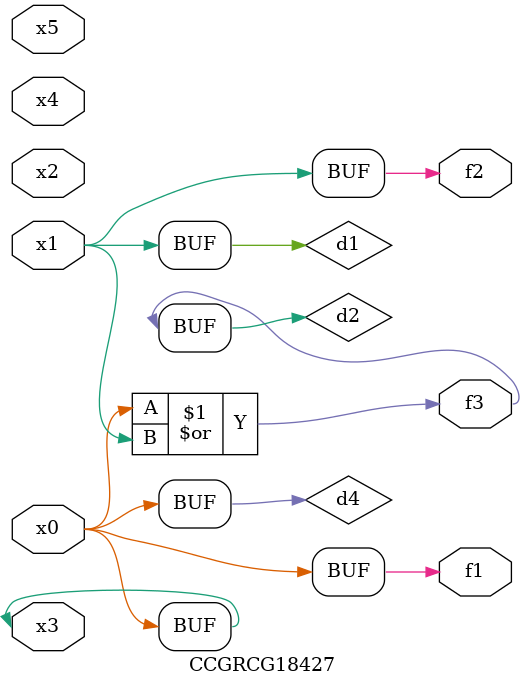
<source format=v>
module CCGRCG18427(
	input x0, x1, x2, x3, x4, x5,
	output f1, f2, f3
);

	wire d1, d2, d3, d4;

	and (d1, x1);
	or (d2, x0, x1);
	nand (d3, x0, x5);
	buf (d4, x0, x3);
	assign f1 = d4;
	assign f2 = d1;
	assign f3 = d2;
endmodule

</source>
